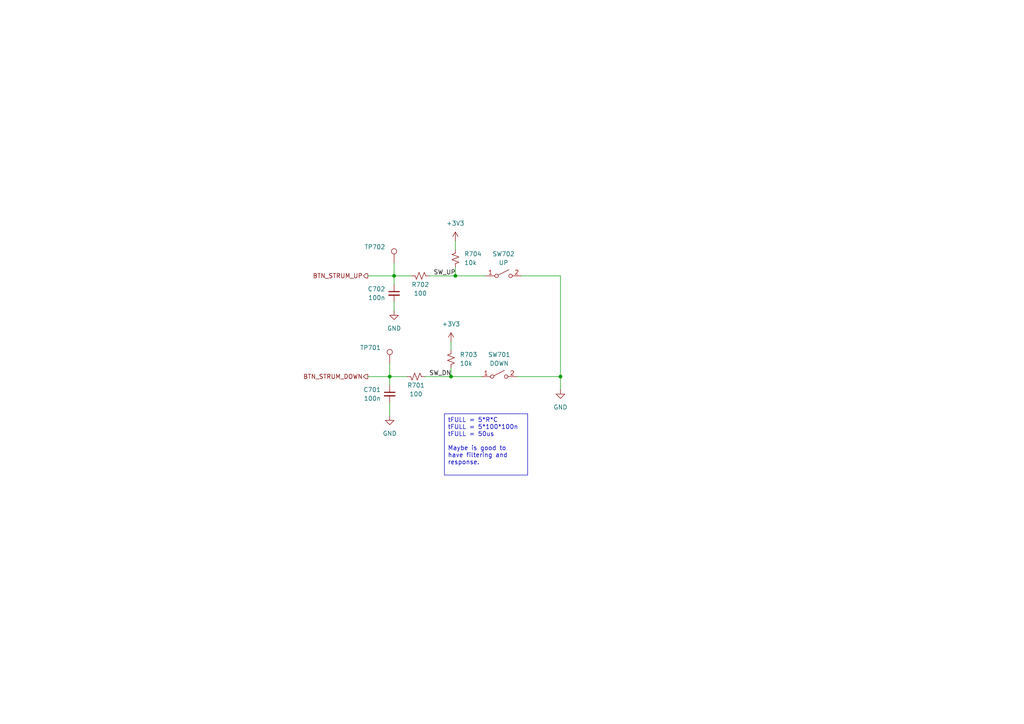
<source format=kicad_sch>
(kicad_sch (version 20231120) (generator "eeschema") (generator_version "8.0")
  (paper "A4")
  (title_block (title "Project Antares - Transmitter Schematic") (date "2024-08-23") (rev "1.0.1") (company "Ourobors Embedded Development") (comment 1 "Pablo Jean Rozario"))
  (lib_symbols
    (symbol "Connector:TestPoint" (pin_numbers hide) (pin_names (offset 0.762) hide)
      (property "Reference" "TP" (at 0 6.858 0))
      (property "Value" "TestPoint" (at 0 5.08 0))
      (symbol "TestPoint_0_1"
        (circle (center 0 3.302) (radius 0.762))
      )
      (symbol "TestPoint_1_1"
        (pin passive line (at 0 0 90) (length 2.54) (name "1") (number "1"))
      )
    )
    (symbol "Device:C_Small" (pin_numbers hide) (pin_names (offset 0.254) hide)
      (property "Reference" "C" (at 0.254 1.778 0))
      (property "Value" "C_Small" (at 0.254 -2.032 0))
      (symbol "C_Small_0_1"
        (polyline (pts (xy -1.524 -0.508) (xy 1.524 -0.508)) (stroke (width 0.3302)))
        (polyline (pts (xy -1.524 0.508) (xy 1.524 0.508)) (stroke (width 0.3048)))
      )
      (symbol "C_Small_1_1"
        (pin passive line (at 0 2.54 270) (length 2.032) (name "~") (number "1"))
        (pin passive line (at 0 -2.54 90) (length 2.032) (name "~") (number "2"))
      )
    )
    (symbol "Device:R_Small_US" (pin_numbers hide) (pin_names (offset 0.254) hide)
      (property "Reference" "R" (at 0.762 0.508 0))
      (property "Value" "R_Small_US" (at 0.762 -1.016 0))
      (symbol "R_Small_US_1_1"
        (polyline (pts (xy 0 0) (xy 1.016 -0.381) (xy 0 -0.762) (xy -1.016 -1.143) (xy 0 -1.524)))
        (polyline (pts (xy 0 1.524) (xy 1.016 1.143) (xy 0 0.762) (xy -1.016 0.381) (xy 0 0)))
        (pin passive line (at 0 2.54 270) (length 1.016) (name "~") (number "1"))
        (pin passive line (at 0 -2.54 90) (length 1.016) (name "~") (number "2"))
      )
    )
    (symbol "Switch:SW_SPST" (pin_names (offset 0) hide)
      (property "Reference" "SW" (at 0 3.175 0))
      (property "Value" "SW_SPST" (at 0 -2.54 0))
      (symbol "SW_SPST_0_0"
        (circle (center -2.032 0) (radius 0.508))
        (polyline (pts (xy -1.524 0.254) (xy 1.524 1.778)))
        (circle (center 2.032 0) (radius 0.508))
      )
      (symbol "SW_SPST_1_1"
        (pin passive line (at -5.08 0 0) (length 2.54) (name "A") (number "1"))
        (pin passive line (at 5.08 0 180) (length 2.54) (name "B") (number "2"))
      )
    )
    (symbol "power:+3V3" (power) (pin_numbers hide) (pin_names (offset 0) hide)
      (property "Value" "+3V3" (at 0 3.556 0))
      (symbol "+3V3_0_1"
        (polyline (pts (xy -0.762 1.27) (xy 0 2.54)))
        (polyline (pts (xy 0 0) (xy 0 2.54)))
        (polyline (pts (xy 0 2.54) (xy 0.762 1.27)))
      )
      (symbol "+3V3_1_1"
        (pin power_in line (at 0 0 90) (length 0) (name "~") (number "1"))
      )
    )
    (symbol "power:GND" (power) (pin_numbers hide) (pin_names (offset 0) hide)
      (property "Value" "GND" (at 0 -3.81 0))
      (symbol "GND_0_1"
        (polyline (pts (xy 0 0) (xy 0 -1.27) (xy 1.27 -1.27) (xy 0 -2.54) (xy -1.27 -1.27) (xy 0 -1.27)))
      )
      (symbol "GND_1_1"
        (pin power_in line (at 0 0 270) (length 0) (name "~") (number "1"))
      )
    )
  )
  (junction (at 130.81 109.22))
  (junction (at 113.03 109.22))
  (junction (at 132.08 80.01))
  (junction (at 114.3 80.01))
  (junction (at 162.56 109.22))
  (wire (pts (xy 162.56 80.01) (xy 151.13 80.01)))
  (wire (pts (xy 114.3 87.63) (xy 114.3 90.17)))
  (wire (pts (xy 114.3 80.01) (xy 114.3 82.55)))
  (wire (pts (xy 130.81 99.06) (xy 130.81 101.6)))
  (wire (pts (xy 114.3 76.2) (xy 114.3 80.01)))
  (wire (pts (xy 113.03 116.84) (xy 113.03 120.65)))
  (wire (pts (xy 113.03 109.22) (xy 118.11 109.22)))
  (wire (pts (xy 162.56 80.01) (xy 162.56 109.22)))
  (wire (pts (xy 114.3 80.01) (xy 119.38 80.01)))
  (wire (pts (xy 113.03 105.41) (xy 113.03 109.22)))
  (wire (pts (xy 140.97 80.01) (xy 132.08 80.01)))
  (wire (pts (xy 132.08 69.85) (xy 132.08 72.39)))
  (wire (pts (xy 130.81 106.68) (xy 130.81 109.22)))
  (wire (pts (xy 149.86 109.22) (xy 162.56 109.22)))
  (wire (pts (xy 139.7 109.22) (xy 130.81 109.22)))
  (wire (pts (xy 106.68 80.01) (xy 114.3 80.01)))
  (wire (pts (xy 113.03 111.76) (xy 113.03 109.22)))
  (wire (pts (xy 132.08 77.47) (xy 132.08 80.01)))
  (wire (pts (xy 106.68 109.22) (xy 113.03 109.22)))
  (wire (pts (xy 123.19 109.22) (xy 130.81 109.22)))
  (wire (pts (xy 124.46 80.01) (xy 132.08 80.01)))
  (wire (pts (xy 162.56 109.22) (xy 162.56 113.03)))
  (text_box "tFULL = 5*R*C\ntFULL = 5*100*100n\ntFULL = 50us\n\nMaybe is good to have filtering and response." (at 128.905 120.015 0) (size 24.13 17.78) (effects (font (size 1.27 1.27)) (justify left top)))
  (label "SW_DN" (at 124.46 109.22 0))
  (label "SW_UP" (at 125.73 80.01 0))
  (hierarchical_label "BTN_STRUM_UP" (shape output) (at 106.68 80.01 180))
  (hierarchical_label "BTN_STRUM_DOWN" (shape output) (at 106.68 109.22 180))
  (symbol (lib_id "Device:R_Small_US") (at 120.65 109.22 90) (mirror x) (unit 1)
    (property "Reference" "R701" (at 120.65 111.76 90))
    (property "Value" "100" (at 120.65 114.3 90))
    (property "Footprint" "Resistor_SMD:R_0603_1608Metric" (effects (hide yes)))
    (property "Description" "Resistor, small US symbol" (effects (hide yes)))
    (property "LCSC" "C22775" (effects (hide yes)))
    (property "PN" "0603WAF1000T5E" (effects (hide yes)))
  )
  (symbol (lib_id "power:GND") (at 162.56 113.03 0) (unit 1)
    (property "Reference" "#PWR0701" (effects (hide yes)))
    (property "Value" "GND" (at 162.56 118.11 0))
    (property "Description" "Power symbol creates a global label with name \"GND\" , ground" (effects (hide yes)))
  )
  (symbol (lib_id "Device:C_Small") (at 114.3 85.09 0) (mirror y) (unit 1)
    (property "Reference" "C702" (at 111.76 83.8262 0) (effects (justify left)))
    (property "Value" "100n" (at 111.76 86.3662 0) (effects (justify left)))
    (property "Footprint" "Capacitor_SMD:C_0603_1608Metric" (effects (hide yes)))
    (property "Description" "Unpolarized capacitor, small symbol" (effects (hide yes)))
    (property "LCSC" "C14663" (effects (hide yes)))
    (property "PN" "CC0603KRX7R9BB104" (effects (hide yes)))
  )
  (symbol (lib_id "Device:R_Small_US") (at 121.92 80.01 90) (mirror x) (unit 1)
    (property "Reference" "R702" (at 121.92 82.55 90))
    (property "Value" "100" (at 121.92 85.09 90))
    (property "Footprint" "Resistor_SMD:R_0603_1608Metric" (effects (hide yes)))
    (property "Description" "Resistor, small US symbol" (effects (hide yes)))
    (property "LCSC" "C22775" (effects (hide yes)))
    (property "PN" "0603WAF1000T5E" (effects (hide yes)))
  )
  (symbol (lib_id "Device:R_Small_US") (at 130.81 104.14 0) (mirror y) (unit 1)
    (property "Reference" "R703" (at 133.35 102.8699 0) (effects (justify right)))
    (property "Value" "10k" (at 133.35 105.4099 0) (effects (justify right)))
    (property "Footprint" "Resistor_SMD:R_0603_1608Metric" (effects (hide yes)))
    (property "Description" "Resistor, small US symbol" (effects (hide yes)))
    (property "LCSC" "C25804" (effects (hide yes)))
    (property "PN" "0603WAF1002T5E" (effects (hide yes)))
  )
  (symbol (lib_id "power:+3V3") (at 130.81 99.06 0) (unit 1)
    (property "Reference" "#PWR0703" (effects (hide yes)))
    (property "Value" "+3V3" (at 130.81 93.98 0))
    (property "Description" "Power symbol creates a global label with name \"+3V3\"" (effects (hide yes)))
  )
  (symbol (lib_id "power:GND") (at 113.03 120.65 0) (unit 1)
    (property "Reference" "#PWR0704" (effects (hide yes)))
    (property "Value" "GND" (at 113.03 125.73 0))
    (property "Description" "Power symbol creates a global label with name \"GND\" , ground" (effects (hide yes)))
  )
  (symbol (lib_id "Connector:TestPoint") (at 113.03 105.41 0) (mirror y) (unit 1)
    (property "Reference" "TP701" (at 110.49 100.8379 0) (effects (justify left)))
    (property "Value" "TestPoint" (effects (hide yes)))
    (property "Footprint" "TestPoint:TestPoint_Pad_D1.5mm" (effects (hide yes)))
    (property "Description" "test point" (effects (hide yes)))
  )
  (symbol (lib_id "power:GND") (at 114.3 90.17 0) (unit 1)
    (property "Reference" "#PWR0705" (effects (hide yes)))
    (property "Value" "GND" (at 114.3 95.25 0))
    (property "Description" "Power symbol creates a global label with name \"GND\" , ground" (effects (hide yes)))
  )
  (symbol (lib_id "Switch:SW_SPST") (at 144.78 109.22 0) (unit 1)
    (property "Reference" "SW701" (at 144.78 102.87 0))
    (property "Value" "DOWN" (at 144.78 105.41 0))
    (property "Footprint" "Button_Switch_Keyboard:SW_Cherry_MX_1.00u_PCB" (effects (hide yes)))
    (property "Description" "Single Pole Single Throw (SPST) switch" (effects (hide yes)))
    (property "LCSC" "C404351" (effects (hide yes)))
    (property "PN" "CPG151101S21" (effects (hide yes)))
  )
  (symbol (lib_id "Switch:SW_SPST") (at 146.05 80.01 0) (unit 1)
    (property "Reference" "SW702" (at 146.05 73.66 0))
    (property "Value" "UP" (at 146.05 76.2 0))
    (property "Footprint" "Button_Switch_Keyboard:SW_Cherry_MX_1.00u_PCB" (effects (hide yes)))
    (property "Description" "Single Pole Single Throw (SPST) switch" (effects (hide yes)))
    (property "LCSC" "C404351" (effects (hide yes)))
    (property "PN" "CPG151101S21" (effects (hide yes)))
  )
  (symbol (lib_id "power:+3V3") (at 132.08 69.85 0) (unit 1)
    (property "Reference" "#PWR0702" (effects (hide yes)))
    (property "Value" "+3V3" (at 132.08 64.77 0))
    (property "Description" "Power symbol creates a global label with name \"+3V3\"" (effects (hide yes)))
  )
  (symbol (lib_id "Device:R_Small_US") (at 132.08 74.93 0) (mirror y) (unit 1)
    (property "Reference" "R704" (at 134.62 73.6599 0) (effects (justify right)))
    (property "Value" "10k" (at 134.62 76.1999 0) (effects (justify right)))
    (property "Footprint" "Resistor_SMD:R_0603_1608Metric" (effects (hide yes)))
    (property "Description" "Resistor, small US symbol" (effects (hide yes)))
    (property "LCSC" "C25804" (effects (hide yes)))
    (property "PN" "0603WAF1002T5E" (effects (hide yes)))
  )
  (symbol (lib_id "Device:C_Small") (at 113.03 114.3 0) (mirror y) (unit 1)
    (property "Reference" "C701" (at 110.49 113.0362 0) (effects (justify left)))
    (property "Value" "100n" (at 110.49 115.5762 0) (effects (justify left)))
    (property "Footprint" "Capacitor_SMD:C_0603_1608Metric" (effects (hide yes)))
    (property "Description" "Unpolarized capacitor, small symbol" (effects (hide yes)))
    (property "LCSC" "C14663" (effects (hide yes)))
    (property "PN" "CC0603KRX7R9BB104" (effects (hide yes)))
  )
  (symbol (lib_id "Connector:TestPoint") (at 114.3 76.2 0) (mirror y) (unit 1)
    (property "Reference" "TP702" (at 111.76 71.6279 0) (effects (justify left)))
    (property "Value" "TestPoint" (effects (hide yes)))
    (property "Footprint" "TestPoint:TestPoint_Pad_D1.5mm" (effects (hide yes)))
    (property "Description" "test point" (effects (hide yes)))
  )
)
</source>
